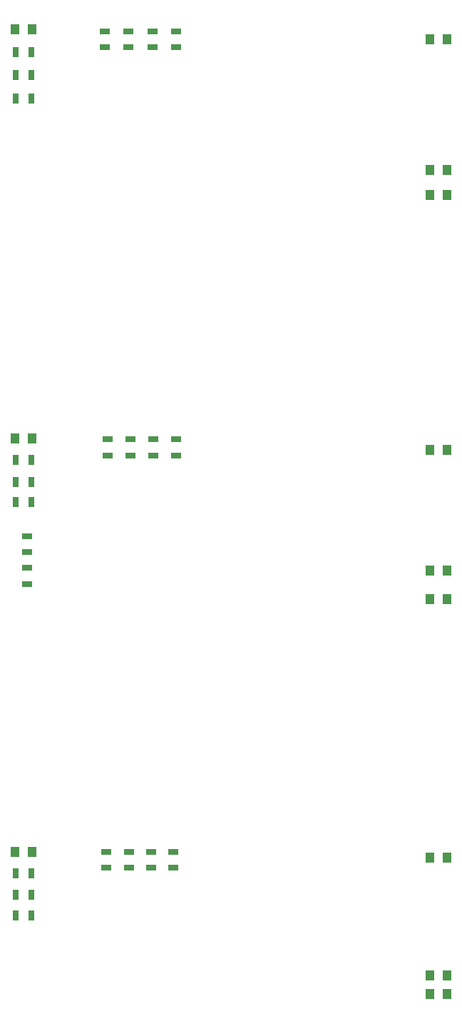
<source format=gbr>
%TF.GenerationSoftware,KiCad,Pcbnew,(5.1.5)-3*%
%TF.CreationDate,2021-10-03T16:15:59+02:00*%
%TF.ProjectId,Backplane PSU,4261636b-706c-4616-9e65-205053552e6b,rev?*%
%TF.SameCoordinates,PX68e7780PYb532b80*%
%TF.FileFunction,Paste,Bot*%
%TF.FilePolarity,Positive*%
%FSLAX46Y46*%
G04 Gerber Fmt 4.6, Leading zero omitted, Abs format (unit mm)*
G04 Created by KiCad (PCBNEW (5.1.5)-3) date 2021-10-03 16:15:59*
%MOMM*%
%LPD*%
G04 APERTURE LIST*
%ADD10R,1.000000X1.250000*%
%ADD11R,0.700000X1.300000*%
%ADD12R,1.300000X0.700000*%
G04 APERTURE END LIST*
D10*
%TO.C,C1*%
X24250000Y78625000D03*
X22250000Y78625000D03*
%TD*%
%TO.C,C2*%
X24250000Y127150000D03*
X22250000Y127150000D03*
%TD*%
%TO.C,C5*%
X22250000Y29600000D03*
X24250000Y29600000D03*
%TD*%
D11*
%TO.C,R1*%
X24200000Y71150000D03*
X22300000Y71150000D03*
%TD*%
%TO.C,R2*%
X22300000Y121750000D03*
X24200000Y121750000D03*
%TD*%
D12*
%TO.C,R3*%
X33200000Y76650000D03*
X33200000Y78550000D03*
%TD*%
%TO.C,R4*%
X32900000Y125050000D03*
X32900000Y126950000D03*
%TD*%
D11*
%TO.C,R5*%
X24200000Y73500000D03*
X22300000Y73500000D03*
%TD*%
%TO.C,R6*%
X22300000Y119000000D03*
X24200000Y119000000D03*
%TD*%
%TO.C,R7*%
X22300000Y76150000D03*
X24200000Y76150000D03*
%TD*%
%TO.C,R8*%
X24200000Y124500000D03*
X22300000Y124500000D03*
%TD*%
D12*
%TO.C,R9*%
X35916250Y78550000D03*
X35916250Y76650000D03*
%TD*%
%TO.C,R10*%
X35716250Y126950000D03*
X35716250Y125050000D03*
%TD*%
%TO.C,R11*%
X38632500Y76650000D03*
X38632500Y78550000D03*
%TD*%
%TO.C,R12*%
X38532500Y125050000D03*
X38532500Y126950000D03*
%TD*%
%TO.C,R13*%
X41348750Y78550000D03*
X41348750Y76650000D03*
%TD*%
%TO.C,R14*%
X41348750Y126950000D03*
X41348750Y125050000D03*
%TD*%
%TO.C,R15*%
X23700000Y63300000D03*
X23700000Y61400000D03*
%TD*%
%TO.C,R16*%
X23700000Y67100000D03*
X23700000Y65200000D03*
%TD*%
D11*
%TO.C,R17*%
X24200000Y24600000D03*
X22300000Y24600000D03*
%TD*%
D12*
%TO.C,R18*%
X33100000Y29650000D03*
X33100000Y27750000D03*
%TD*%
D11*
%TO.C,R19*%
X24200000Y22100000D03*
X22300000Y22100000D03*
%TD*%
%TO.C,R20*%
X22300000Y27100000D03*
X24200000Y27100000D03*
%TD*%
D12*
%TO.C,R21*%
X35741250Y27750000D03*
X35741250Y29650000D03*
%TD*%
%TO.C,R22*%
X38382500Y29650000D03*
X38382500Y27750000D03*
%TD*%
%TO.C,R23*%
X41023750Y27750000D03*
X41023750Y29650000D03*
%TD*%
D10*
%TO.C,C3*%
X73500000Y77300000D03*
X71500000Y77300000D03*
%TD*%
%TO.C,C4*%
X73500000Y126000000D03*
X71500000Y126000000D03*
%TD*%
%TO.C,C6*%
X71500000Y63000000D03*
X73500000Y63000000D03*
%TD*%
%TO.C,C7*%
X71500000Y107500000D03*
X73500000Y107500000D03*
%TD*%
%TO.C,C8*%
X73500000Y59600000D03*
X71500000Y59600000D03*
%TD*%
%TO.C,C9*%
X71500000Y110500000D03*
X73500000Y110500000D03*
%TD*%
%TO.C,C10*%
X73500000Y29000000D03*
X71500000Y29000000D03*
%TD*%
%TO.C,C11*%
X73500000Y12750000D03*
X71500000Y12750000D03*
%TD*%
%TO.C,C12*%
X71500000Y15000000D03*
X73500000Y15000000D03*
%TD*%
M02*

</source>
